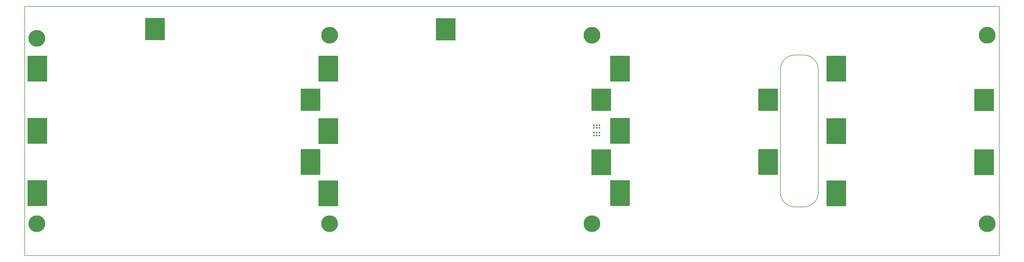
<source format=gtl>
G04*
G04 #@! TF.GenerationSoftware,Altium Limited,Altium Designer,18.1.11 (251)*
G04*
G04 Layer_Physical_Order=1*
G04 Layer_Color=255*
%FSLAX44Y44*%
%MOMM*%
G71*
G01*
G75*
%ADD10C,0.2000*%
%ADD11R,6.5000X8.5300*%
%ADD12R,6.5000X7.3500*%
%ADD16C,5.5000*%
%ADD17C,0.6000*%
D10*
X2684900Y407100D02*
G03*
X2732000Y360000I47099J-1D01*
G01*
X2732000Y860000D02*
G03*
X2684900Y812900I-1J-47098D01*
G01*
X2809500Y812501D02*
G03*
X2762000Y860000I-47593J-94D01*
G01*
X2762000Y360000D02*
G03*
X2809500Y407500I0J47500D01*
G01*
X2732000Y360000D02*
X2762000Y360000D01*
X2684900Y812900D02*
X2684900Y407100D01*
X2732000Y860000D02*
X2762000Y860000D01*
X2809500Y812501D02*
X2809500Y407500D01*
X200000Y200000D02*
Y1020000D01*
X3405000D01*
Y200000D02*
Y1020000D01*
X200000Y200000D02*
X3405000D01*
D11*
X2868500Y814750D02*
D03*
Y609750D02*
D03*
Y404750D02*
D03*
X3355000Y507250D02*
D03*
X1198000Y814806D02*
D03*
Y609805D02*
D03*
Y404805D02*
D03*
X2096000Y507305D02*
D03*
X242000Y815000D02*
D03*
Y610000D02*
D03*
Y405000D02*
D03*
X1140000Y507500D02*
D03*
X2158000Y815000D02*
D03*
Y610000D02*
D03*
Y405000D02*
D03*
X2644500Y507500D02*
D03*
D12*
X3355000Y712250D02*
D03*
X1584500Y945005D02*
D03*
X2096000Y712306D02*
D03*
X628500Y945200D02*
D03*
X1140000Y712500D02*
D03*
X2644500D02*
D03*
D16*
X3365000Y925000D02*
D03*
Y305000D02*
D03*
X2065000D02*
D03*
Y925000D02*
D03*
X1202500D02*
D03*
Y305000D02*
D03*
X240000D02*
D03*
Y915000D02*
D03*
D17*
X2090000Y595000D02*
D03*
Y604000D02*
D03*
X2081000Y595000D02*
D03*
Y604000D02*
D03*
X2072000Y595000D02*
D03*
Y604000D02*
D03*
X2090000Y620000D02*
D03*
Y629000D02*
D03*
X2081000D02*
D03*
Y620000D02*
D03*
X2072000D02*
D03*
Y629000D02*
D03*
X2638417Y505056D02*
D03*
Y492000D02*
D03*
X2652000Y505056D02*
D03*
Y492000D02*
D03*
Y518111D02*
D03*
X2638417D02*
D03*
X2861417Y403056D02*
D03*
Y390000D02*
D03*
X2875000Y403056D02*
D03*
Y390000D02*
D03*
Y416111D02*
D03*
X2861417D02*
D03*
Y610056D02*
D03*
Y597000D02*
D03*
X2875000Y610056D02*
D03*
Y597000D02*
D03*
Y623111D02*
D03*
X2861417D02*
D03*
Y815055D02*
D03*
Y802000D02*
D03*
X2875000Y815055D02*
D03*
Y802000D02*
D03*
Y828111D02*
D03*
X2861417D02*
D03*
X2638417Y712056D02*
D03*
Y699000D02*
D03*
X2652000Y712056D02*
D03*
Y699000D02*
D03*
Y725111D02*
D03*
X2638417D02*
D03*
X3349417Y520111D02*
D03*
X3363000D02*
D03*
Y494000D02*
D03*
Y507056D02*
D03*
X3349417Y494000D02*
D03*
Y507056D02*
D03*
X3348417Y724111D02*
D03*
X3362000D02*
D03*
Y698000D02*
D03*
Y711056D02*
D03*
X3348417Y698000D02*
D03*
Y711056D02*
D03*
X2089167Y517361D02*
D03*
X2102750D02*
D03*
Y491250D02*
D03*
Y504305D02*
D03*
X2089167Y491250D02*
D03*
Y504305D02*
D03*
X2153417Y419111D02*
D03*
X2167000D02*
D03*
Y393000D02*
D03*
Y406056D02*
D03*
X2153417Y393000D02*
D03*
Y406056D02*
D03*
Y623111D02*
D03*
X2167000D02*
D03*
Y597000D02*
D03*
Y610056D02*
D03*
X2153417Y597000D02*
D03*
Y610056D02*
D03*
X2151417Y829111D02*
D03*
X2165000D02*
D03*
Y803000D02*
D03*
Y816056D02*
D03*
X2151417Y803000D02*
D03*
Y816056D02*
D03*
X2089167Y724611D02*
D03*
X2102750D02*
D03*
Y698500D02*
D03*
Y711555D02*
D03*
X2089167Y698500D02*
D03*
Y711555D02*
D03*
X1577667Y956611D02*
D03*
X1591250D02*
D03*
Y930500D02*
D03*
Y943556D02*
D03*
X1577667Y930500D02*
D03*
Y943556D02*
D03*
X1134167Y521111D02*
D03*
X1147750D02*
D03*
Y495000D02*
D03*
Y508055D02*
D03*
X1134167Y495000D02*
D03*
Y508055D02*
D03*
Y723361D02*
D03*
X1147750D02*
D03*
Y697250D02*
D03*
Y710305D02*
D03*
X1134167Y697250D02*
D03*
Y710305D02*
D03*
X622917Y956611D02*
D03*
X636500D02*
D03*
Y930500D02*
D03*
Y943556D02*
D03*
X622917Y930500D02*
D03*
Y943556D02*
D03*
X235917Y419111D02*
D03*
X249500D02*
D03*
Y393000D02*
D03*
Y406056D02*
D03*
X235917Y393000D02*
D03*
Y406056D02*
D03*
Y620111D02*
D03*
X249500D02*
D03*
Y594000D02*
D03*
Y607056D02*
D03*
X235917Y594000D02*
D03*
Y607056D02*
D03*
X234417Y826861D02*
D03*
X248000D02*
D03*
Y800750D02*
D03*
Y813806D02*
D03*
X234417Y800750D02*
D03*
Y813806D02*
D03*
X1192000Y829361D02*
D03*
X1205583D02*
D03*
Y803250D02*
D03*
Y816306D02*
D03*
X1192000Y803250D02*
D03*
Y816306D02*
D03*
Y418611D02*
D03*
X1205583D02*
D03*
Y392500D02*
D03*
Y405556D02*
D03*
X1192000Y392500D02*
D03*
Y405556D02*
D03*
Y610444D02*
D03*
Y597389D02*
D03*
X1205583Y610444D02*
D03*
Y597389D02*
D03*
Y623500D02*
D03*
X1192000D02*
D03*
M02*

</source>
